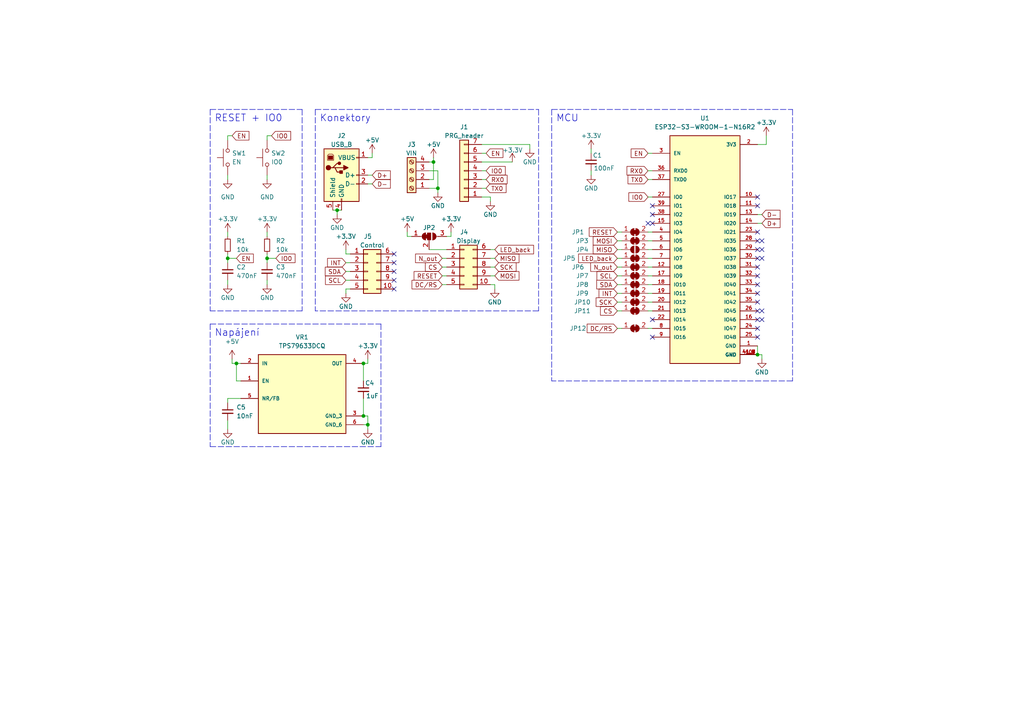
<source format=kicad_sch>
(kicad_sch (version 20211123) (generator eeschema)
  (paper "A4")
  (lib_symbols
    (symbol "Connector:Screw_Terminal_01x04" (pin_names (offset 1.016) hide)
      (property "Reference" "J" (at 0 5.08 0))
      (property "Value" "Screw_Terminal_01x04" (at 0 -7.62 0))
      (symbol "Screw_Terminal_01x04_1_1"
        (rectangle (start -1.27 3.81) (end 1.27 -6.35) (stroke (width 0.254)) (fill (type background)))
        (circle (center 0 -5.08) (radius 0.635) (stroke (width 0.1524)))
        (circle (center 0 -2.54) (radius 0.635) (stroke (width 0.1524)))
        (polyline (pts (xy -0.5334 -4.7498) (xy 0.3302 -5.588)) (stroke (width 0.1524)))
        (polyline (pts (xy -0.5334 -2.2098) (xy 0.3302 -3.048)) (stroke (width 0.1524)))
        (polyline (pts (xy -0.5334 0.3302) (xy 0.3302 -0.508)) (stroke (width 0.1524)))
        (polyline (pts (xy -0.5334 2.8702) (xy 0.3302 2.032)) (stroke (width 0.1524)))
        (polyline (pts (xy -0.3556 -4.572) (xy 0.508 -5.4102)) (stroke (width 0.1524)))
        (polyline (pts (xy -0.3556 -2.032) (xy 0.508 -2.8702)) (stroke (width 0.1524)))
        (polyline (pts (xy -0.3556 0.508) (xy 0.508 -0.3302)) (stroke (width 0.1524)))
        (polyline (pts (xy -0.3556 3.048) (xy 0.508 2.2098)) (stroke (width 0.1524)))
        (circle (center 0 0) (radius 0.635) (stroke (width 0.1524)))
        (circle (center 0 2.54) (radius 0.635) (stroke (width 0.1524)))
        (pin passive line (at -5.08 2.54 0) (length 3.81) (name "Pin_1") (number "1"))
        (pin passive line (at -5.08 0 0) (length 3.81) (name "Pin_2") (number "2"))
        (pin passive line (at -5.08 -2.54 0) (length 3.81) (name "Pin_3") (number "3"))
        (pin passive line (at -5.08 -5.08 0) (length 3.81) (name "Pin_4") (number "4"))
      )
    )
    (symbol "Connector:USB_B" (pin_names (offset 1.016))
      (property "Reference" "J" (at -5.08 11.43 0))
      (property "Value" "USB_B" (at -5.08 8.89 0))
      (symbol "USB_B_0_1"
        (rectangle (start -5.08 -7.62) (end 5.08 7.62) (stroke (width 0.254)) (fill (type background)))
        (circle (center -3.81 2.159) (radius 0.635) (stroke (width 0.254)) (fill (type outline)))
        (rectangle (start -3.81 5.588) (end -2.54 4.572) (fill (type outline)))
        (circle (center -0.635 3.429) (radius 0.381) (stroke (width 0.254)) (fill (type outline)))
        (rectangle (start -0.127 -7.62) (end 0.127 -6.858))
        (polyline (pts (xy -1.905 2.159) (xy 0.635 2.159)) (stroke (width 0.254)))
        (polyline (pts (xy -3.175 2.159) (xy -2.54 2.159) (xy -1.27 3.429) (xy -0.635 3.429)) (stroke (width 0.254)))
        (polyline (pts (xy -2.54 2.159) (xy -1.905 2.159) (xy -1.27 0.889) (xy 0 0.889)) (stroke (width 0.254)))
        (polyline (pts (xy 0.635 2.794) (xy 0.635 1.524) (xy 1.905 2.159) (xy 0.635 2.794)) (stroke (width 0.254)) (fill (type outline)))
        (polyline (pts (xy -4.064 4.318) (xy -2.286 4.318) (xy -2.286 5.715) (xy -2.667 6.096) (xy -3.683 6.096) (xy -4.064 5.715) (xy -4.064 4.318)))
        (rectangle (start 0.254 1.27) (end -0.508 0.508) (stroke (width 0.254)) (fill (type outline)))
        (rectangle (start 5.08 -2.667) (end 4.318 -2.413))
        (rectangle (start 5.08 -0.127) (end 4.318 0.127))
        (rectangle (start 5.08 4.953) (end 4.318 5.207))
      )
      (symbol "USB_B_1_1"
        (pin power_out line (at 7.62 5.08 180) (length 2.54) (name "VBUS") (number "1"))
        (pin bidirectional line (at 7.62 -2.54 180) (length 2.54) (name "D-") (number "2"))
        (pin bidirectional line (at 7.62 0 180) (length 2.54) (name "D+") (number "3"))
        (pin power_out line (at 0 -10.16 90) (length 2.54) (name "GND") (number "4"))
        (pin passive line (at -2.54 -10.16 90) (length 2.54) (name "Shield") (number "5"))
      )
    )
    (symbol "Connector_Generic:Conn_01x07" (pin_names (offset 1.016) hide)
      (property "Reference" "J" (at 0 10.16 0))
      (property "Value" "Conn_01x07" (at 0 -10.16 0))
      (symbol "Conn_01x07_1_1"
        (rectangle (start -1.27 -7.493) (end 0 -7.747) (stroke (width 0.1524)))
        (rectangle (start -1.27 -4.953) (end 0 -5.207) (stroke (width 0.1524)))
        (rectangle (start -1.27 -2.413) (end 0 -2.667) (stroke (width 0.1524)))
        (rectangle (start -1.27 0.127) (end 0 -0.127) (stroke (width 0.1524)))
        (rectangle (start -1.27 2.667) (end 0 2.413) (stroke (width 0.1524)))
        (rectangle (start -1.27 5.207) (end 0 4.953) (stroke (width 0.1524)))
        (rectangle (start -1.27 7.747) (end 0 7.493) (stroke (width 0.1524)))
        (rectangle (start -1.27 8.89) (end 1.27 -8.89) (stroke (width 0.254)) (fill (type background)))
        (pin passive line (at -5.08 7.62 0) (length 3.81) (name "Pin_1") (number "1"))
        (pin passive line (at -5.08 5.08 0) (length 3.81) (name "Pin_2") (number "2"))
        (pin passive line (at -5.08 2.54 0) (length 3.81) (name "Pin_3") (number "3"))
        (pin passive line (at -5.08 0 0) (length 3.81) (name "Pin_4") (number "4"))
        (pin passive line (at -5.08 -2.54 0) (length 3.81) (name "Pin_5") (number "5"))
        (pin passive line (at -5.08 -5.08 0) (length 3.81) (name "Pin_6") (number "6"))
        (pin passive line (at -5.08 -7.62 0) (length 3.81) (name "Pin_7") (number "7"))
      )
    )
    (symbol "Connector_Generic:Conn_02x05_Top_Bottom" (pin_names (offset 1.016) hide)
      (property "Reference" "J" (at 1.27 7.62 0))
      (property "Value" "Conn_02x05_Top_Bottom" (at 1.27 -7.62 0))
      (symbol "Conn_02x05_Top_Bottom_1_1"
        (rectangle (start -1.27 -4.953) (end 0 -5.207) (stroke (width 0.1524)))
        (rectangle (start -1.27 -2.413) (end 0 -2.667) (stroke (width 0.1524)))
        (rectangle (start -1.27 0.127) (end 0 -0.127) (stroke (width 0.1524)))
        (rectangle (start -1.27 2.667) (end 0 2.413) (stroke (width 0.1524)))
        (rectangle (start -1.27 5.207) (end 0 4.953) (stroke (width 0.1524)))
        (rectangle (start -1.27 6.35) (end 3.81 -6.35) (stroke (width 0.254)) (fill (type background)))
        (rectangle (start 3.81 -4.953) (end 2.54 -5.207) (stroke (width 0.1524)))
        (rectangle (start 3.81 -2.413) (end 2.54 -2.667) (stroke (width 0.1524)))
        (rectangle (start 3.81 0.127) (end 2.54 -0.127) (stroke (width 0.1524)))
        (rectangle (start 3.81 2.667) (end 2.54 2.413) (stroke (width 0.1524)))
        (rectangle (start 3.81 5.207) (end 2.54 4.953) (stroke (width 0.1524)))
        (pin passive line (at -5.08 5.08 0) (length 3.81) (name "Pin_1") (number "1"))
        (pin passive line (at 7.62 -5.08 180) (length 3.81) (name "Pin_10") (number "10"))
        (pin passive line (at -5.08 2.54 0) (length 3.81) (name "Pin_2") (number "2"))
        (pin passive line (at -5.08 0 0) (length 3.81) (name "Pin_3") (number "3"))
        (pin passive line (at -5.08 -2.54 0) (length 3.81) (name "Pin_4") (number "4"))
        (pin passive line (at -5.08 -5.08 0) (length 3.81) (name "Pin_5") (number "5"))
        (pin passive line (at 7.62 5.08 180) (length 3.81) (name "Pin_6") (number "6"))
        (pin passive line (at 7.62 2.54 180) (length 3.81) (name "Pin_7") (number "7"))
        (pin passive line (at 7.62 0 180) (length 3.81) (name "Pin_8") (number "8"))
        (pin passive line (at 7.62 -2.54 180) (length 3.81) (name "Pin_9") (number "9"))
      )
    )
    (symbol "Device:C_Small" (pin_numbers hide) (pin_names (offset 0.254) hide)
      (property "Reference" "C" (at 0.254 1.778 0))
      (property "Value" "C_Small" (at 0.254 -2.032 0))
      (symbol "C_Small_0_1"
        (polyline (pts (xy -1.524 -0.508) (xy 1.524 -0.508)) (stroke (width 0.3302)))
        (polyline (pts (xy -1.524 0.508) (xy 1.524 0.508)) (stroke (width 0.3048)))
      )
      (symbol "C_Small_1_1"
        (pin passive line (at 0 2.54 270) (length 2.032) (name "~") (number "1"))
        (pin passive line (at 0 -2.54 90) (length 2.032) (name "~") (number "2"))
      )
    )
    (symbol "Device:R_Small" (pin_numbers hide) (pin_names (offset 0.254) hide)
      (property "Reference" "R" (at 0.762 0.508 0))
      (property "Value" "R_Small" (at 0.762 -1.016 0))
      (symbol "R_Small_0_1"
        (rectangle (start -0.762 1.778) (end 0.762 -1.778) (stroke (width 0.2032)))
      )
      (symbol "R_Small_1_1"
        (pin passive line (at 0 2.54 270) (length 0.762) (name "~") (number "1"))
        (pin passive line (at 0 -2.54 90) (length 0.762) (name "~") (number "2"))
      )
    )
    (symbol "ESP32-S3-WROOM-1-N16R2:ESP32-S3-WROOM-1-N16R2" (pin_names (offset 1.016))
      (property "Reference" "U" (at -10.16 34.1122 0))
      (property "Value" "ESP32-S3-WROOM-1-N16R2" (at -10.16 -35.56 0))
      (symbol "ESP32-S3-WROOM-1-N16R2_0_0"
        (rectangle (start -10.16 -33.02) (end 10.16 33.02) (stroke (width 0.254)) (fill (type background)))
        (pin power_in line (at 15.24 -27.94 180) (length 5.08) (name "GND") (number "1"))
        (pin bidirectional line (at 15.24 15.24 180) (length 5.08) (name "IO17") (number "10"))
        (pin bidirectional line (at 15.24 12.7 180) (length 5.08) (name "IO18") (number "11"))
        (pin bidirectional line (at -15.24 -5.08 0) (length 5.08) (name "IO8") (number "12"))
        (pin bidirectional line (at 15.24 10.16 180) (length 5.08) (name "IO19") (number "13"))
        (pin bidirectional line (at 15.24 7.62 180) (length 5.08) (name "IO20") (number "14"))
        (pin bidirectional line (at -15.24 7.62 0) (length 5.08) (name "IO3") (number "15"))
        (pin bidirectional line (at 15.24 -20.32 180) (length 5.08) (name "IO46") (number "16"))
        (pin bidirectional line (at -15.24 -7.62 0) (length 5.08) (name "IO9") (number "17"))
        (pin bidirectional line (at -15.24 -10.16 0) (length 5.08) (name "IO10") (number "18"))
        (pin bidirectional line (at -15.24 -12.7 0) (length 5.08) (name "IO11") (number "19"))
        (pin power_in line (at 15.24 30.48 180) (length 5.08) (name "3V3") (number "2"))
        (pin bidirectional line (at -15.24 -15.24 0) (length 5.08) (name "IO12") (number "20"))
        (pin bidirectional line (at -15.24 -17.78 0) (length 5.08) (name "IO13") (number "21"))
        (pin bidirectional line (at -15.24 -20.32 0) (length 5.08) (name "IO14") (number "22"))
        (pin bidirectional line (at 15.24 5.08 180) (length 5.08) (name "IO21") (number "23"))
        (pin bidirectional line (at 15.24 -22.86 180) (length 5.08) (name "IO47") (number "24"))
        (pin bidirectional line (at 15.24 -25.4 180) (length 5.08) (name "IO48") (number "25"))
        (pin bidirectional line (at 15.24 -17.78 180) (length 5.08) (name "IO45") (number "26"))
        (pin bidirectional line (at -15.24 15.24 0) (length 5.08) (name "IO0") (number "27"))
        (pin bidirectional line (at 15.24 2.54 180) (length 5.08) (name "IO35") (number "28"))
        (pin bidirectional line (at 15.24 0 180) (length 5.08) (name "IO36") (number "29"))
        (pin input line (at -15.24 27.94 0) (length 5.08) (name "EN") (number "3"))
        (pin bidirectional line (at 15.24 -2.54 180) (length 5.08) (name "IO37") (number "30"))
        (pin bidirectional line (at 15.24 -5.08 180) (length 5.08) (name "IO38") (number "31"))
        (pin bidirectional line (at 15.24 -7.62 180) (length 5.08) (name "IO39") (number "32"))
        (pin bidirectional line (at 15.24 -10.16 180) (length 5.08) (name "IO40") (number "33"))
        (pin bidirectional line (at 15.24 -12.7 180) (length 5.08) (name "IO41") (number "34"))
        (pin bidirectional line (at 15.24 -15.24 180) (length 5.08) (name "IO42") (number "35"))
        (pin bidirectional line (at -15.24 22.86 0) (length 5.08) (name "RXD0") (number "36"))
        (pin bidirectional line (at -15.24 20.32 0) (length 5.08) (name "TXD0") (number "37"))
        (pin bidirectional line (at -15.24 10.16 0) (length 5.08) (name "IO2") (number "38"))
        (pin bidirectional line (at -15.24 12.7 0) (length 5.08) (name "IO1") (number "39"))
        (pin bidirectional line (at -15.24 5.08 0) (length 5.08) (name "IO4") (number "4"))
        (pin power_in line (at 15.24 -30.48 180) (length 5.08) (name "GND") (number "40"))
        (pin power_in line (at 15.24 -30.48 180) (length 5.08) (name "GND") (number "41_1"))
        (pin power_in line (at 15.24 -30.48 180) (length 5.08) (name "GND") (number "41_2"))
        (pin power_in line (at 15.24 -30.48 180) (length 5.08) (name "GND") (number "41_3"))
        (pin power_in line (at 15.24 -30.48 180) (length 5.08) (name "GND") (number "41_4"))
        (pin power_in line (at 15.24 -30.48 180) (length 5.08) (name "GND") (number "41_5"))
        (pin power_in line (at 15.24 -30.48 180) (length 5.08) (name "GND") (number "41_6"))
        (pin power_in line (at 15.24 -30.48 180) (length 5.08) (name "GND") (number "41_7"))
        (pin power_in line (at 15.24 -30.48 180) (length 5.08) (name "GND") (number "41_8"))
        (pin power_in line (at 15.24 -30.48 180) (length 5.08) (name "GND") (number "41_9"))
        (pin bidirectional line (at -15.24 2.54 0) (length 5.08) (name "IO5") (number "5"))
        (pin bidirectional line (at -15.24 0 0) (length 5.08) (name "IO6") (number "6"))
        (pin bidirectional line (at -15.24 -2.54 0) (length 5.08) (name "IO7") (number "7"))
        (pin bidirectional line (at -15.24 -22.86 0) (length 5.08) (name "IO15") (number "8"))
        (pin bidirectional line (at -15.24 -25.4 0) (length 5.08) (name "IO16") (number "9"))
      )
    )
    (symbol "Jumper:SolderJumper_2_Bridged" (pin_names (offset 0) hide)
      (property "Reference" "JP" (at 0 2.032 0))
      (property "Value" "SolderJumper_2_Bridged" (at 0 -2.54 0))
      (symbol "SolderJumper_2_Bridged_0_1"
        (rectangle (start -0.508 0.508) (end 0.508 -0.508) (fill (type outline)))
        (arc (start -0.254 1.016) (mid -1.27 0) (end -0.254 -1.016))
        (arc (start -0.254 1.016) (mid -1.27 0) (end -0.254 -1.016) (fill (type outline)))
        (polyline (pts (xy -0.254 1.016) (xy -0.254 -1.016)))
        (polyline (pts (xy 0.254 1.016) (xy 0.254 -1.016)))
        (arc (start 0.254 -1.016) (mid 1.27 0) (end 0.254 1.016))
        (arc (start 0.254 -1.016) (mid 1.27 0) (end 0.254 1.016) (fill (type outline)))
      )
      (symbol "SolderJumper_2_Bridged_1_1"
        (pin passive line (at -3.81 0 0) (length 2.54) (name "A") (number "1"))
        (pin passive line (at 3.81 0 180) (length 2.54) (name "B") (number "2"))
      )
    )
    (symbol "Jumper:SolderJumper_2_Open" (pin_names (offset 0) hide)
      (property "Reference" "JP" (at 0 2.032 0))
      (property "Value" "SolderJumper_2_Open" (at 0 -2.54 0))
      (symbol "SolderJumper_2_Open_0_1"
        (arc (start -0.254 1.016) (mid -1.27 0) (end -0.254 -1.016))
        (arc (start -0.254 1.016) (mid -1.27 0) (end -0.254 -1.016) (fill (type outline)))
        (polyline (pts (xy -0.254 1.016) (xy -0.254 -1.016)))
        (polyline (pts (xy 0.254 1.016) (xy 0.254 -1.016)))
        (arc (start 0.254 -1.016) (mid 1.27 0) (end 0.254 1.016))
        (arc (start 0.254 -1.016) (mid 1.27 0) (end 0.254 1.016) (fill (type outline)))
      )
      (symbol "SolderJumper_2_Open_1_1"
        (pin passive line (at -3.81 0 0) (length 2.54) (name "A") (number "1"))
        (pin passive line (at 3.81 0 180) (length 2.54) (name "B") (number "2"))
      )
    )
    (symbol "Jumper:SolderJumper_3_Bridged12" (pin_names (offset 0) hide)
      (property "Reference" "JP" (at -2.54 -2.54 0))
      (property "Value" "SolderJumper_3_Bridged12" (at 0 2.794 0))
      (symbol "SolderJumper_3_Bridged12_0_1"
        (rectangle (start -1.016 0.508) (end -0.508 -0.508) (fill (type outline)))
        (arc (start -1.016 1.016) (mid -2.032 0) (end -1.016 -1.016))
        (arc (start -1.016 1.016) (mid -2.032 0) (end -1.016 -1.016) (fill (type outline)))
        (rectangle (start -0.508 1.016) (end 0.508 -1.016) (fill (type outline)))
        (polyline (pts (xy -2.54 0) (xy -2.032 0)))
        (polyline (pts (xy -1.016 1.016) (xy -1.016 -1.016)))
        (polyline (pts (xy 0 -1.27) (xy 0 -1.016)))
        (polyline (pts (xy 1.016 1.016) (xy 1.016 -1.016)))
        (polyline (pts (xy 2.54 0) (xy 2.032 0)))
        (arc (start 1.016 -1.016) (mid 2.032 0) (end 1.016 1.016))
        (arc (start 1.016 -1.016) (mid 2.032 0) (end 1.016 1.016) (fill (type outline)))
      )
      (symbol "SolderJumper_3_Bridged12_1_1"
        (pin passive line (at -5.08 0 0) (length 2.54) (name "A") (number "1"))
        (pin passive line (at 0 -3.81 90) (length 2.54) (name "C") (number "2"))
        (pin passive line (at 5.08 0 180) (length 2.54) (name "B") (number "3"))
      )
    )
    (symbol "Switch:SW_Push" (pin_numbers hide) (pin_names (offset 1.016) hide)
      (property "Reference" "SW" (at 1.27 2.54 0))
      (property "Value" "SW_Push" (at 0 -1.524 0))
      (symbol "SW_Push_0_1"
        (circle (center -2.032 0) (radius 0.508))
        (polyline (pts (xy 0 1.27) (xy 0 3.048)))
        (polyline (pts (xy 2.54 1.27) (xy -2.54 1.27)))
        (circle (center 2.032 0) (radius 0.508))
        (pin passive line (at -5.08 0 0) (length 2.54) (name "1") (number "1"))
        (pin passive line (at 5.08 0 180) (length 2.54) (name "2") (number "2"))
      )
    )
    (symbol "TP4056:TPS79633DCQ" (pin_names (offset 1.016))
      (property "Reference" "VR" (at -12.7 11.16 0))
      (property "Value" "TPS79633DCQ" (at -12.7 -14.16 0))
      (symbol "TPS79633DCQ_0_0"
        (rectangle (start -12.7 -12.7) (end 12.7 10.16) (stroke (width 0.254)) (fill (type background)))
        (pin input line (at -17.78 2.54 0) (length 5.08) (name "EN") (number "1"))
        (pin input line (at -17.78 7.62 0) (length 5.08) (name "IN") (number "2"))
        (pin power_in line (at 17.78 -7.62 180) (length 5.08) (name "GND_3") (number "3"))
        (pin output line (at 17.78 7.62 180) (length 5.08) (name "OUT") (number "4"))
        (pin bidirectional line (at -17.78 -2.54 0) (length 5.08) (name "NR/FB") (number "5"))
        (pin power_in line (at 17.78 -10.16 180) (length 5.08) (name "GND_6") (number "6"))
      )
    )
    (symbol "power:+3.3V" (power) (pin_names (offset 0))
      (property "Value" "+3.3V" (at 0 3.556 0))
      (symbol "+3.3V_0_1"
        (polyline (pts (xy -0.762 1.27) (xy 0 2.54)))
        (polyline (pts (xy 0 0) (xy 0 2.54)))
        (polyline (pts (xy 0 2.54) (xy 0.762 1.27)))
      )
      (symbol "+3.3V_1_1"
        (pin power_in line (at 0 0 90) (length 0) hide (name "+3.3V") (number "1"))
      )
    )
    (symbol "power:+5V" (power) (pin_names (offset 0))
      (property "Value" "+5V" (at 0 3.556 0))
      (symbol "+5V_0_1"
        (polyline (pts (xy -0.762 1.27) (xy 0 2.54)))
        (polyline (pts (xy 0 0) (xy 0 2.54)))
        (polyline (pts (xy 0 2.54) (xy 0.762 1.27)))
      )
      (symbol "+5V_1_1"
        (pin power_in line (at 0 0 90) (length 0) hide (name "+5V") (number "1"))
      )
    )
    (symbol "power:GND" (power) (pin_names (offset 0))
      (property "Value" "GND" (at 0 -3.81 0))
      (symbol "GND_0_1"
        (polyline (pts (xy 0 0) (xy 0 -1.27) (xy 1.27 -1.27) (xy 0 -2.54) (xy -1.27 -1.27) (xy 0 -1.27)))
      )
      (symbol "GND_1_1"
        (pin power_in line (at 0 0 270) (length 0) hide (name "GND") (number "1"))
      )
    )
  )
  (junction (at 127 54.61))
  (junction (at 68.58 105.41))
  (junction (at 97.79 60.96))
  (junction (at 105.41 120.65))
  (junction (at 106.68 123.19))
  (junction (at 125.73 46.99))
  (junction (at 77.47 74.93))
  (junction (at 219.71 102.87))
  (junction (at 105.41 105.41))
  (junction (at 66.04 74.93))
  (no_connect (at 189.23 92.71))
  (no_connect (at 220.98 72.39))
  (no_connect (at 189.23 62.23))
  (no_connect (at 219.71 87.63))
  (no_connect (at 219.71 80.01))
  (no_connect (at 219.71 97.79))
  (no_connect (at 220.98 92.71))
  (no_connect (at 189.23 97.79))
  (no_connect (at 219.71 92.71))
  (no_connect (at 220.98 69.85))
  (no_connect (at 187.96 64.77))
  (no_connect (at 220.98 74.93))
  (no_connect (at 219.71 72.39))
  (no_connect (at 219.71 67.31))
  (no_connect (at 219.71 59.69))
  (no_connect (at 114.3 78.74))
  (no_connect (at 114.3 76.2))
  (no_connect (at 219.71 57.15))
  (no_connect (at 219.71 77.47))
  (no_connect (at 219.71 82.55))
  (no_connect (at 219.71 85.09))
  (no_connect (at 189.23 59.69))
  (no_connect (at 220.98 90.17))
  (no_connect (at 219.71 69.85))
  (no_connect (at 189.23 64.77))
  (no_connect (at 114.3 73.66))
  (no_connect (at 219.71 95.25))
  (no_connect (at 219.71 74.93))
  (no_connect (at 219.71 90.17))
  (no_connect (at 114.3 81.28))
  (no_connect (at 114.3 83.82))
  (wire (pts (xy 187.96 87.63) (xy 189.23 87.63)))
  (wire (pts (xy 66.04 115.57) (xy 69.85 115.57)))
  (wire (pts (xy 220.98 104.14) (xy 220.98 102.87)))
  (wire (pts (xy 179.07 74.93) (xy 180.34 74.93)))
  (wire (pts (xy 118.11 67.31) (xy 118.11 68.58)))
  (wire (pts (xy 66.04 73.66) (xy 66.04 74.93)))
  (wire (pts (xy 142.24 72.39) (xy 143.51 72.39)))
  (wire (pts (xy 139.7 57.15) (xy 142.24 57.15)))
  (wire (pts (xy 101.6 83.82) (xy 100.33 83.82)))
  (wire (pts (xy 179.07 69.85) (xy 180.34 69.85)))
  (wire (pts (xy 179.07 72.39) (xy 180.34 72.39)))
  (wire (pts (xy 100.33 72.39) (xy 100.33 73.66)))
  (wire (pts (xy 142.24 82.55) (xy 143.51 82.55)))
  (wire (pts (xy 105.41 120.65) (xy 106.68 120.65)))
  (wire (pts (xy 100.33 76.2) (xy 101.6 76.2)))
  (polyline (pts (xy 87.63 31.75) (xy 87.63 90.17)))
  (wire (pts (xy 187.96 57.15) (xy 189.23 57.15)))
  (polyline (pts (xy 91.44 31.75) (xy 91.44 90.17)))
  (wire (pts (xy 179.07 67.31) (xy 180.34 67.31)))
  (wire (pts (xy 77.47 67.31) (xy 77.47 68.58)))
  (wire (pts (xy 97.79 60.96) (xy 99.06 60.96)))
  (wire (pts (xy 128.27 74.93) (xy 129.54 74.93)))
  (wire (pts (xy 129.54 72.39) (xy 124.46 72.39)))
  (wire (pts (xy 77.47 50.8) (xy 77.47 52.07)))
  (wire (pts (xy 100.33 81.28) (xy 101.6 81.28)))
  (wire (pts (xy 106.68 50.8) (xy 107.95 50.8)))
  (wire (pts (xy 124.46 49.53) (xy 127 49.53)))
  (polyline (pts (xy 229.87 31.75) (xy 229.87 110.49)))
  (wire (pts (xy 187.96 49.53) (xy 189.23 49.53)))
  (wire (pts (xy 219.71 100.33) (xy 219.71 102.87)))
  (wire (pts (xy 143.51 83.82) (xy 143.51 82.55)))
  (wire (pts (xy 77.47 73.66) (xy 77.47 74.93)))
  (wire (pts (xy 179.07 87.63) (xy 180.34 87.63)))
  (wire (pts (xy 125.73 46.99) (xy 125.73 52.07)))
  (polyline (pts (xy 229.87 110.49) (xy 160.02 110.49)))
  (wire (pts (xy 105.41 105.41) (xy 105.41 110.49)))
  (wire (pts (xy 106.68 124.46) (xy 106.68 123.19)))
  (wire (pts (xy 139.7 52.07) (xy 140.97 52.07)))
  (wire (pts (xy 179.07 77.47) (xy 180.34 77.47)))
  (polyline (pts (xy 60.96 93.98) (xy 110.49 93.98)))
  (wire (pts (xy 105.41 105.41) (xy 106.68 105.41)))
  (wire (pts (xy 187.96 67.31) (xy 189.23 67.31)))
  (wire (pts (xy 77.47 74.93) (xy 77.47 76.2)))
  (wire (pts (xy 219.71 62.23) (xy 220.98 62.23)))
  (wire (pts (xy 67.31 104.14) (xy 67.31 105.41)))
  (wire (pts (xy 69.85 110.49) (xy 68.58 110.49)))
  (wire (pts (xy 219.71 64.77) (xy 220.98 64.77)))
  (wire (pts (xy 171.45 49.53) (xy 171.45 50.8)))
  (wire (pts (xy 187.96 72.39) (xy 189.23 72.39)))
  (polyline (pts (xy 87.63 90.17) (xy 60.96 90.17)))
  (wire (pts (xy 153.67 43.18) (xy 153.67 41.91)))
  (wire (pts (xy 105.41 115.57) (xy 105.41 120.65)))
  (polyline (pts (xy 156.21 90.17) (xy 91.44 90.17)))
  (wire (pts (xy 106.68 104.14) (xy 106.68 105.41)))
  (wire (pts (xy 66.04 50.8) (xy 66.04 52.07)))
  (wire (pts (xy 142.24 80.01) (xy 143.51 80.01)))
  (wire (pts (xy 106.68 45.72) (xy 107.95 45.72)))
  (wire (pts (xy 119.38 68.58) (xy 118.11 68.58)))
  (polyline (pts (xy 60.96 31.75) (xy 87.63 31.75)))
  (wire (pts (xy 129.54 68.58) (xy 130.81 68.58)))
  (wire (pts (xy 139.7 49.53) (xy 140.97 49.53)))
  (wire (pts (xy 77.47 82.55) (xy 77.47 81.28)))
  (polyline (pts (xy 60.96 93.98) (xy 60.96 129.54)))
  (wire (pts (xy 139.7 41.91) (xy 153.67 41.91)))
  (wire (pts (xy 128.27 82.55) (xy 129.54 82.55)))
  (polyline (pts (xy 160.02 31.75) (xy 160.02 110.49)))
  (wire (pts (xy 187.96 74.93) (xy 189.23 74.93)))
  (wire (pts (xy 130.81 67.31) (xy 130.81 68.58)))
  (wire (pts (xy 187.96 80.01) (xy 189.23 80.01)))
  (wire (pts (xy 77.47 39.37) (xy 77.47 40.64)))
  (wire (pts (xy 179.07 90.17) (xy 180.34 90.17)))
  (wire (pts (xy 67.31 39.37) (xy 66.04 39.37)))
  (wire (pts (xy 96.52 60.96) (xy 97.79 60.96)))
  (wire (pts (xy 187.96 69.85) (xy 189.23 69.85)))
  (wire (pts (xy 66.04 82.55) (xy 66.04 81.28)))
  (wire (pts (xy 179.07 85.09) (xy 180.34 85.09)))
  (wire (pts (xy 66.04 121.92) (xy 66.04 124.46)))
  (wire (pts (xy 187.96 85.09) (xy 189.23 85.09)))
  (wire (pts (xy 142.24 77.47) (xy 143.51 77.47)))
  (wire (pts (xy 139.7 54.61) (xy 140.97 54.61)))
  (wire (pts (xy 179.07 80.01) (xy 180.34 80.01)))
  (wire (pts (xy 187.96 82.55) (xy 189.23 82.55)))
  (wire (pts (xy 68.58 105.41) (xy 69.85 105.41)))
  (wire (pts (xy 139.7 46.99) (xy 148.59 46.99)))
  (wire (pts (xy 179.07 82.55) (xy 180.34 82.55)))
  (wire (pts (xy 187.96 77.47) (xy 189.23 77.47)))
  (polyline (pts (xy 91.44 31.75) (xy 156.21 31.75)))
  (wire (pts (xy 219.71 102.87) (xy 220.98 102.87)))
  (wire (pts (xy 66.04 67.31) (xy 66.04 68.58)))
  (wire (pts (xy 77.47 74.93) (xy 80.01 74.93)))
  (wire (pts (xy 125.73 46.99) (xy 124.46 46.99)))
  (wire (pts (xy 187.96 52.07) (xy 189.23 52.07)))
  (wire (pts (xy 127 49.53) (xy 127 54.61)))
  (wire (pts (xy 222.25 39.37) (xy 222.25 41.91)))
  (wire (pts (xy 100.33 83.82) (xy 100.33 85.09)))
  (wire (pts (xy 68.58 105.41) (xy 68.58 110.49)))
  (wire (pts (xy 187.96 44.45) (xy 189.23 44.45)))
  (wire (pts (xy 97.79 60.96) (xy 97.79 62.23)))
  (wire (pts (xy 101.6 73.66) (xy 100.33 73.66)))
  (wire (pts (xy 100.33 78.74) (xy 101.6 78.74)))
  (wire (pts (xy 106.68 120.65) (xy 106.68 123.19)))
  (wire (pts (xy 171.45 43.18) (xy 171.45 44.45)))
  (wire (pts (xy 105.41 123.19) (xy 106.68 123.19)))
  (wire (pts (xy 125.73 45.72) (xy 125.73 46.99)))
  (wire (pts (xy 128.27 77.47) (xy 129.54 77.47)))
  (polyline (pts (xy 160.02 31.75) (xy 229.87 31.75)))
  (wire (pts (xy 66.04 74.93) (xy 66.04 76.2)))
  (polyline (pts (xy 60.96 129.54) (xy 110.49 129.54)))
  (wire (pts (xy 66.04 74.93) (xy 68.58 74.93)))
  (wire (pts (xy 67.31 105.41) (xy 68.58 105.41)))
  (wire (pts (xy 66.04 115.57) (xy 66.04 116.84)))
  (wire (pts (xy 187.96 90.17) (xy 189.23 90.17)))
  (wire (pts (xy 128.27 80.01) (xy 129.54 80.01)))
  (wire (pts (xy 139.7 44.45) (xy 140.97 44.45)))
  (wire (pts (xy 66.04 39.37) (xy 66.04 40.64)))
  (wire (pts (xy 142.24 74.93) (xy 143.51 74.93)))
  (wire (pts (xy 179.07 95.25) (xy 180.34 95.25)))
  (wire (pts (xy 107.95 44.45) (xy 107.95 45.72)))
  (wire (pts (xy 187.96 95.25) (xy 189.23 95.25)))
  (polyline (pts (xy 60.96 31.75) (xy 60.96 90.17)))
  (wire (pts (xy 219.71 41.91) (xy 222.25 41.91)))
  (polyline (pts (xy 110.49 93.98) (xy 110.49 129.54)))
  (polyline (pts (xy 156.21 31.75) (xy 156.21 90.17)))
  (wire (pts (xy 124.46 54.61) (xy 127 54.61)))
  (wire (pts (xy 106.68 53.34) (xy 107.95 53.34)))
  (wire (pts (xy 127 55.88) (xy 127 54.61)))
  (wire (pts (xy 124.46 52.07) (xy 125.73 52.07)))
  (wire (pts (xy 142.24 57.15) (xy 142.24 58.42)))
  (wire (pts (xy 78.74 39.37) (xy 77.47 39.37)))
  (text "Napájení\n" (at 62.23 97.79 0) (effects (font (size 2 2)) (justify left bottom)))
  (text "RESET + IO0\n" (at 62.23 35.56 0) (effects (font (size 2 2)) (justify left bottom)))
  (text "MCU\n" (at 161.29 35.56 0) (effects (font (size 2 2)) (justify left bottom)))
  (text "Konektory\n" (at 92.71 35.56 0) (effects (font (size 2 2)) (justify left bottom)))
  (global_label "SCK" (shape input) (at 179.07 87.63 180) (property "Intersheet References" "${INTERSHEET_REFS}" (effects hide)))
  (global_label "TX0" (shape input) (at 140.97 54.61 0) (property "Intersheet References" "${INTERSHEET_REFS}" (effects hide)))
  (global_label "LED_back" (shape input) (at 143.51 72.39 0) (property "Intersheet References" "${INTERSHEET_REFS}" (effects hide)))
  (global_label "MISO" (shape input) (at 179.07 72.39 180) (property "Intersheet References" "${INTERSHEET_REFS}" (effects hide)))
  (global_label "N_out" (shape input) (at 179.07 77.47 180) (property "Intersheet References" "${INTERSHEET_REFS}" (effects hide)))
  (global_label "D-" (shape input) (at 107.95 53.34 0) (property "Intersheet References" "${INTERSHEET_REFS}" (effects hide)))
  (global_label "IO0" (shape input) (at 187.96 57.15 180) (property "Intersheet References" "${INTERSHEET_REFS}" (effects hide)))
  (global_label "D+" (shape input) (at 220.98 64.77 0) (property "Intersheet References" "${INTERSHEET_REFS}" (effects hide)))
  (global_label "EN" (shape input) (at 68.58 74.93 0) (property "Intersheet References" "${INTERSHEET_REFS}" (effects hide)))
  (global_label "RX0" (shape input) (at 187.96 49.53 180) (property "Intersheet References" "${INTERSHEET_REFS}" (effects hide)))
  (global_label "DC{slash}RS" (shape input) (at 128.27 82.55 180) (property "Intersheet References" "${INTERSHEET_REFS}" (effects hide)))
  (global_label "D+" (shape input) (at 107.95 50.8 0) (property "Intersheet References" "${INTERSHEET_REFS}" (effects hide)))
  (global_label "LED_back" (shape input) (at 179.07 74.93 180) (property "Intersheet References" "${INTERSHEET_REFS}" (effects hide)))
  (global_label "N_out" (shape input) (at 128.27 74.93 180) (property "Intersheet References" "${INTERSHEET_REFS}" (effects hide)))
  (global_label "MISO" (shape input) (at 143.51 74.93 0) (property "Intersheet References" "${INTERSHEET_REFS}" (effects hide)))
  (global_label "D-" (shape input) (at 220.98 62.23 0) (property "Intersheet References" "${INTERSHEET_REFS}" (effects hide)))
  (global_label "RESET" (shape input) (at 179.07 67.31 180) (property "Intersheet References" "${INTERSHEET_REFS}" (effects hide)))
  (global_label "IO0" (shape input) (at 78.74 39.37 0) (property "Intersheet References" "${INTERSHEET_REFS}" (effects hide)))
  (global_label "EN" (shape input) (at 140.97 44.45 0) (property "Intersheet References" "${INTERSHEET_REFS}" (effects hide)))
  (global_label "INT" (shape input) (at 179.07 85.09 180) (property "Intersheet References" "${INTERSHEET_REFS}" (effects hide)))
  (global_label "CS" (shape input) (at 128.27 77.47 180) (property "Intersheet References" "${INTERSHEET_REFS}" (effects hide)))
  (global_label "MOSI" (shape input) (at 143.51 80.01 0) (property "Intersheet References" "${INTERSHEET_REFS}" (effects hide)))
  (global_label "DC{slash}RS" (shape input) (at 179.07 95.25 180) (property "Intersheet References" "${INTERSHEET_REFS}" (effects hide)))
  (global_label "SCK" (shape input) (at 143.51 77.47 0) (property "Intersheet References" "${INTERSHEET_REFS}" (effects hide)))
  (global_label "MOSI" (shape input) (at 179.07 69.85 180) (property "Intersheet References" "${INTERSHEET_REFS}" (effects hide)))
  (global_label "CS" (shape input) (at 179.07 90.17 180) (property "Intersheet References" "${INTERSHEET_REFS}" (effects hide)))
  (global_label "RX0" (shape input) (at 140.97 52.07 0) (property "Intersheet References" "${INTERSHEET_REFS}" (effects hide)))
  (global_label "RESET" (shape input) (at 128.27 80.01 180) (property "Intersheet References" "${INTERSHEET_REFS}" (effects hide)))
  (global_label "INT" (shape input) (at 100.33 76.2 180) (property "Intersheet References" "${INTERSHEET_REFS}" (effects hide)))
  (global_label "TX0" (shape input) (at 187.96 52.07 180) (property "Intersheet References" "${INTERSHEET_REFS}" (effects hide)))
  (global_label "IO0" (shape input) (at 140.97 49.53 0) (property "Intersheet References" "${INTERSHEET_REFS}" (effects hide)))
  (global_label "SDA" (shape input) (at 100.33 78.74 180) (property "Intersheet References" "${INTERSHEET_REFS}" (effects hide)))
  (global_label "SCL" (shape input) (at 179.07 80.01 180) (property "Intersheet References" "${INTERSHEET_REFS}" (effects hide)))
  (global_label "EN" (shape input) (at 187.96 44.45 180) (property "Intersheet References" "${INTERSHEET_REFS}" (effects hide)))
  (global_label "EN" (shape input) (at 67.31 39.37 0) (property "Intersheet References" "${INTERSHEET_REFS}" (effects hide)))
  (global_label "SCL" (shape input) (at 100.33 81.28 180) (property "Intersheet References" "${INTERSHEET_REFS}" (effects hide)))
  (global_label "SDA" (shape input) (at 179.07 82.55 180) (property "Intersheet References" "${INTERSHEET_REFS}" (effects hide)))
  (global_label "IO0" (shape input) (at 80.01 74.93 0) (property "Intersheet References" "${INTERSHEET_REFS}" (effects hide)))
  (symbol (lib_id "Jumper:SolderJumper_2_Bridged") (at 184.15 77.47 0) (unit 1)
    (property "Reference" "JP6" (at 167.64 77.47 0))
    (property "Value" "SolderJumper_2_Bridged" (effects hide))
    (property "Footprint" "Jumper:SolderJumper-2_P1.3mm_Bridged_RoundedPad1.0x1.5mm" (effects hide))
  )
  (symbol (lib_id "Device:R_Small") (at 77.47 71.12 0) (unit 1)
    (property "Reference" "R2" (at 80.01 69.8499 0) (effects (justify left)))
    (property "Value" "10k" (at 80.01 72.3899 0) (effects (justify left)))
    (property "Footprint" "Resistor_SMD:R_0805_2012Metric" (effects hide))
  )
  (symbol (lib_id "power:GND") (at 106.68 124.46 0) (unit 1)
    (property "Reference" "#PWR026" (effects hide))
    (property "Value" "GND" (at 106.68 128.27 0))
  )
  (symbol (lib_id "Jumper:SolderJumper_2_Bridged") (at 184.15 69.85 0) (unit 1)
    (property "Reference" "JP3" (at 168.91 69.85 0))
    (property "Value" "SolderJumper_2_Bridged" (effects hide))
    (property "Footprint" "Jumper:SolderJumper-2_P1.3mm_Bridged_RoundedPad1.0x1.5mm" (effects hide))
  )
  (symbol (lib_id "Device:C_Small") (at 77.47 78.74 0) (unit 1)
    (property "Reference" "C3" (at 80.01 77.4762 0) (effects (justify left)))
    (property "Value" "470nF" (at 80.01 80.0162 0) (effects (justify left)))
    (property "Footprint" "Capacitor_SMD:C_0805_2012Metric" (effects hide))
  )
  (symbol (lib_id "Jumper:SolderJumper_2_Bridged") (at 184.15 67.31 0) (unit 1)
    (property "Reference" "JP1" (at 167.64 67.31 0))
    (property "Value" "SolderJumper_2_Bridged" (effects hide))
    (property "Footprint" "Jumper:SolderJumper-2_P1.3mm_Bridged_RoundedPad1.0x1.5mm" (effects hide))
  )
  (symbol (lib_id "power:+5V") (at 107.95 44.45 0) (unit 1)
    (property "Reference" "#PWR04" (effects hide))
    (property "Value" "+5V" (at 107.95 40.64 0))
  )
  (symbol (lib_id "Connector_Generic:Conn_01x07") (at 134.62 49.53 180) (unit 1)
    (property "Reference" "J1" (at 134.62 36.83 0))
    (property "Value" "PRG_header" (at 134.62 39.37 0))
    (property "Footprint" "Connector_PinHeader_2.54mm:PinHeader_1x07_P2.54mm_Vertical" (effects hide))
  )
  (symbol (lib_id "power:GND") (at 143.51 83.82 0) (unit 1)
    (property "Reference" "#PWR020" (effects hide))
    (property "Value" "GND" (at 143.51 87.63 0))
  )
  (symbol (lib_id "Device:C_Small") (at 105.41 113.03 0) (unit 1)
    (property "Reference" "C4" (at 105.8826 111.1004 0) (effects (justify left)))
    (property "Value" "1uF" (at 106.1517 114.8343 0) (effects (justify left)))
    (property "Footprint" "Capacitor_SMD:C_0805_2012Metric_Pad1.18x1.45mm_HandSolder" (effects hide))
  )
  (symbol (lib_id "Jumper:SolderJumper_2_Bridged") (at 184.15 90.17 0) (unit 1)
    (property "Reference" "JP11" (at 168.91 90.17 0))
    (property "Value" "SolderJumper_2_Bridged" (effects hide))
    (property "Footprint" "Jumper:SolderJumper-2_P1.3mm_Bridged_RoundedPad1.0x1.5mm" (effects hide))
  )
  (symbol (lib_id "power:GND") (at 66.04 82.55 0) (unit 1)
    (property "Reference" "#PWR018" (effects hide))
    (property "Value" "GND" (at 66.04 86.36 0))
  )
  (symbol (lib_id "Connector_Generic:Conn_02x05_Top_Bottom") (at 134.62 77.47 0) (unit 1)
    (property "Reference" "J4" (at 134.62 67.31 0))
    (property "Value" "Display" (at 135.89 69.85 0))
    (property "Footprint" "Connector_PinSocket_2.54mm:PinSocket_2x05_P2.54mm_Vertical" (effects hide))
  )
  (symbol (lib_id "power:+3.3V") (at 106.68 104.14 0) (unit 1)
    (property "Reference" "#PWR023" (effects hide))
    (property "Value" "+3.3V" (at 106.68 100.33 0))
  )
  (symbol (lib_id "power:GND") (at 127 55.88 0) (unit 1)
    (property "Reference" "#PWR010" (effects hide))
    (property "Value" "GND" (at 127 59.69 0))
  )
  (symbol (lib_id "power:+3.3V") (at 77.47 67.31 0) (unit 1)
    (property "Reference" "#PWR014" (effects hide))
    (property "Value" "+3.3V" (at 77.47 63.5 0))
  )
  (symbol (lib_id "power:GND") (at 100.33 85.09 0) (unit 1)
    (property "Reference" "#PWR021" (effects hide))
    (property "Value" "GND" (at 100.33 88.9 0))
  )
  (symbol (lib_id "power:+3.3V") (at 66.04 67.31 0) (unit 1)
    (property "Reference" "#PWR013" (effects hide))
    (property "Value" "+3.3V" (at 66.04 63.5 0))
  )
  (symbol (lib_id "power:+3.3V") (at 130.81 67.31 0) (unit 1)
    (property "Reference" "#PWR016" (effects hide))
    (property "Value" "+3.3V" (at 130.81 63.5 0))
  )
  (symbol (lib_id "Switch:SW_Push") (at 66.04 45.72 90) (unit 1)
    (property "Reference" "SW1" (at 67.31 44.4499 90) (effects (justify right)))
    (property "Value" "EN" (at 67.31 46.9899 90) (effects (justify right)))
    (property "Footprint" "Button_Switch_SMD:SW_SPST_CK_RS282G05A3" (effects hide))
  )
  (symbol (lib_id "Jumper:SolderJumper_2_Bridged") (at 184.15 87.63 0) (unit 1)
    (property "Reference" "JP10" (at 168.91 87.63 0))
    (property "Value" "SolderJumper_2_Bridged" (effects hide))
    (property "Footprint" "Jumper:SolderJumper-2_P1.3mm_Bridged_RoundedPad1.0x1.5mm" (effects hide))
  )
  (symbol (lib_id "power:+5V") (at 125.73 45.72 0) (unit 1)
    (property "Reference" "#PWR05" (effects hide))
    (property "Value" "+5V" (at 125.73 41.91 0))
  )
  (symbol (lib_id "Switch:SW_Push") (at 77.47 45.72 90) (unit 1)
    (property "Reference" "SW2" (at 78.6586 44.4499 90) (effects (justify right)))
    (property "Value" "IO0" (at 78.6586 46.9899 90) (effects (justify right)))
    (property "Footprint" "Button_Switch_SMD:SW_SPST_CK_RS282G05A3" (effects hide))
  )
  (symbol (lib_id "Device:C_Small") (at 66.04 119.38 0) (unit 1)
    (property "Reference" "C5" (at 68.58 118.1162 0) (effects (justify left)))
    (property "Value" "10nF" (at 68.58 120.6562 0) (effects (justify left)))
    (property "Footprint" "Capacitor_SMD:C_0805_2012Metric_Pad1.18x1.45mm_HandSolder" (effects hide))
  )
  (symbol (lib_id "power:GND") (at 220.98 104.14 0) (unit 1)
    (property "Reference" "#PWR024" (effects hide))
    (property "Value" "GND" (at 220.98 107.95 0))
  )
  (symbol (lib_id "Jumper:SolderJumper_2_Bridged") (at 184.15 82.55 0) (unit 1)
    (property "Reference" "JP8" (at 168.91 82.55 0))
    (property "Value" "SolderJumper_2_Bridged" (effects hide))
    (property "Footprint" "Jumper:SolderJumper-2_P1.3mm_Bridged_RoundedPad1.0x1.5mm" (effects hide))
  )
  (symbol (lib_id "power:+5V") (at 67.31 104.14 0) (unit 1)
    (property "Reference" "#PWR022" (effects hide))
    (property "Value" "+5V" (at 67.31 99.06 0))
  )
  (symbol (lib_id "power:+3.3V") (at 100.33 72.39 0) (unit 1)
    (property "Reference" "#PWR017" (effects hide))
    (property "Value" "+3.3V" (at 100.33 68.58 0))
  )
  (symbol (lib_id "power:+5V") (at 118.11 67.31 0) (unit 1)
    (property "Reference" "#PWR015" (effects hide))
    (property "Value" "+5V" (at 118.11 63.5 0))
  )
  (symbol (lib_id "Jumper:SolderJumper_2_Open") (at 184.15 72.39 0) (unit 1)
    (property "Reference" "JP4" (at 168.91 72.39 0))
    (property "Value" "jumper" (effects hide))
    (property "Footprint" "Jumper:SolderJumper-2_P1.3mm_Open_RoundedPad1.0x1.5mm" (effects hide))
  )
  (symbol (lib_id "Jumper:SolderJumper_2_Bridged") (at 184.15 74.93 0) (unit 1)
    (property "Reference" "JP5" (at 165.1 74.93 0))
    (property "Value" "SolderJumper_2_Bridged" (effects hide))
    (property "Footprint" "Jumper:SolderJumper-2_P1.3mm_Bridged_RoundedPad1.0x1.5mm" (effects hide))
  )
  (symbol (lib_id "power:GND") (at 97.79 62.23 0) (unit 1)
    (property "Reference" "#PWR012" (effects hide))
    (property "Value" "GND" (at 97.79 66.04 0))
  )
  (symbol (lib_id "ESP32-S3-WROOM-1-N16R2:ESP32-S3-WROOM-1-N16R2") (at 204.47 72.39 0) (unit 1)
    (property "Reference" "U1" (at 204.47 34.29 0))
    (property "Value" "ESP32-S3-WROOM-1-N16R2" (at 204.47 36.83 0))
    (property "Footprint" "esp32S3:XCVR_ESP32-S3-WROOM-1-N16R2" (effects hide))
    (property "PARTREV" "v1.0" (effects hide))
    (property "MAXIMUM_PACKAGE_HEIGHT" "3.25mm" (effects hide))
    (property "STANDARD" "Manufacturer Recommendations" (effects hide))
    (property "MANUFACTURER" "Espressif" (effects hide))
  )
  (symbol (lib_id "Connector:USB_B") (at 99.06 50.8 0) (unit 1)
    (property "Reference" "J2" (at 99.06 39.37 0))
    (property "Value" "USB_B" (at 99.06 41.91 0))
    (property "Footprint" "Connector_PinHeader_2.54mm:PinHeader_1x04_P2.54mm_Vertical" (effects hide))
    (property "Datasheet" " ~" (effects hide))
  )
  (symbol (lib_id "Jumper:SolderJumper_2_Bridged") (at 184.15 95.25 0) (unit 1)
    (property "Reference" "JP12" (at 167.64 95.25 0))
    (property "Value" "SolderJumper_2_Bridged" (effects hide))
    (property "Footprint" "Jumper:SolderJumper-2_P1.3mm_Bridged_RoundedPad1.0x1.5mm" (effects hide))
  )
  (symbol (lib_id "power:GND") (at 171.45 50.8 0) (unit 1)
    (property "Reference" "#PWR07" (effects hide))
    (property "Value" "GND" (at 171.45 54.61 0))
  )
  (symbol (lib_id "power:GND") (at 66.04 52.07 0) (unit 1)
    (property "Reference" "#PWR08" (effects hide))
    (property "Value" "GND" (at 66.04 57.15 0))
  )
  (symbol (lib_id "power:GND") (at 77.47 52.07 0) (unit 1)
    (property "Reference" "#PWR09" (effects hide))
    (property "Value" "GND" (at 77.47 57.15 0))
  )
  (symbol (lib_id "TP4056:TPS79633DCQ") (at 87.63 113.03 0) (unit 1)
    (property "Reference" "VR1" (at 87.63 97.79 0))
    (property "Value" "TPS79633DCQ" (at 87.63 100.33 0))
    (property "Footprint" "TPS79633DCQ:VREG_TPS79633DCQ" (effects hide))
    (property "MANUFACTURER" "Texas Instruments" (effects hide))
    (property "PARTREV" "P" (effects hide))
    (property "STANDARD" "Manufacturer Recommendations" (effects hide))
    (property "MAXIMUM_PACKAGE_HEIGHT" "1.8 mm" (effects hide))
  )
  (symbol (lib_id "power:+3.3V") (at 171.45 43.18 0) (unit 1)
    (property "Reference" "#PWR03" (effects hide))
    (property "Value" "+3.3V" (at 171.45 39.37 0))
  )
  (symbol (lib_id "Jumper:SolderJumper_2_Bridged") (at 184.15 80.01 0) (unit 1)
    (property "Reference" "JP7" (at 168.91 80.01 0))
    (property "Value" "SolderJumper_2_Bridged" (effects hide))
    (property "Footprint" "Jumper:SolderJumper-2_P1.3mm_Bridged_RoundedPad1.0x1.5mm" (effects hide))
  )
  (symbol (lib_id "power:+3.3V") (at 222.25 39.37 0) (unit 1)
    (property "Reference" "#PWR01" (effects hide))
    (property "Value" "+3.3V" (at 222.25 35.56 0))
  )
  (symbol (lib_id "power:+3.3V") (at 148.59 46.99 0) (unit 1)
    (property "Reference" "#PWR06" (effects hide))
    (property "Value" "+3.3V" (at 148.6603 43.5565 0))
  )
  (symbol (lib_id "Connector:Screw_Terminal_01x04") (at 119.38 52.07 180) (unit 1)
    (property "Reference" "J3" (at 119.38 41.91 0))
    (property "Value" "VIN" (at 119.38 44.45 0))
    (property "Footprint" "TerminalBlock_RND:TerminalBlock_RND_205-00014_1x04_P5.00mm_Horizontal" (effects hide))
  )
  (symbol (lib_id "Jumper:SolderJumper_2_Bridged") (at 184.15 85.09 0) (unit 1)
    (property "Reference" "JP9" (at 168.91 85.09 0))
    (property "Value" "SolderJumper_2_Bridged" (effects hide))
    (property "Footprint" "Jumper:SolderJumper-2_P1.3mm_Bridged_RoundedPad1.0x1.5mm" (effects hide))
  )
  (symbol (lib_id "Jumper:SolderJumper_3_Bridged12") (at 124.46 68.58 0) (unit 1)
    (property "Reference" "JP2" (at 124.46 66.04 0))
    (property "Value" "SolderJumper_3_Bridged12" (effects hide))
    (property "Footprint" "Jumper:SolderJumper-3_P1.3mm_Bridged12_RoundedPad1.0x1.5mm" (effects hide))
  )
  (symbol (lib_id "power:GND") (at 142.24 58.42 0) (unit 1)
    (property "Reference" "#PWR011" (effects hide))
    (property "Value" "GND" (at 142.24 62.23 0))
  )
  (symbol (lib_id "Device:C_Small") (at 66.04 78.74 0) (unit 1)
    (property "Reference" "C2" (at 68.58 77.4762 0) (effects (justify left)))
    (property "Value" "470nF" (at 68.58 80.0162 0) (effects (justify left)))
    (property "Footprint" "Capacitor_SMD:C_0805_2012Metric" (effects hide))
  )
  (symbol (lib_id "power:GND") (at 153.67 43.18 0) (unit 1)
    (property "Reference" "#PWR02" (effects hide))
    (property "Value" "GND" (at 153.67 46.99 0))
  )
  (symbol (lib_id "Device:R_Small") (at 66.04 71.12 0) (unit 1)
    (property "Reference" "R1" (at 68.58 69.8499 0) (effects (justify left)))
    (property "Value" "10k" (at 68.58 72.3899 0) (effects (justify left)))
    (property "Footprint" "Resistor_SMD:R_0805_2012Metric" (effects hide))
  )
  (symbol (lib_id "Connector_Generic:Conn_02x05_Top_Bottom") (at 106.68 78.74 0) (unit 1)
    (property "Reference" "J5" (at 106.68 68.58 0))
    (property "Value" "Control" (at 107.95 71.12 0))
    (property "Footprint" "Connector_PinSocket_2.54mm:PinSocket_2x05_P2.54mm_Vertical" (effects hide))
  )
  (symbol (lib_id "Device:C_Small") (at 171.45 46.99 0) (unit 1)
    (property "Reference" "C1" (at 171.9226 45.0604 0) (effects (justify left)))
    (property "Value" "100nF" (at 172.1917 48.7943 0) (effects (justify left)))
    (property "Footprint" "Capacitor_SMD:C_0805_2012Metric_Pad1.18x1.45mm_HandSolder" (effects hide))
  )
  (symbol (lib_id "power:GND") (at 66.04 124.46 0) (unit 1)
    (property "Reference" "#PWR025" (effects hide))
    (property "Value" "GND" (at 66.04 128.27 0))
  )
  (symbol (lib_id "power:GND") (at 77.47 82.55 0) (unit 1)
    (property "Reference" "#PWR019" (effects hide))
    (property "Value" "GND" (at 77.47 86.36 0))
  )
)
</source>
